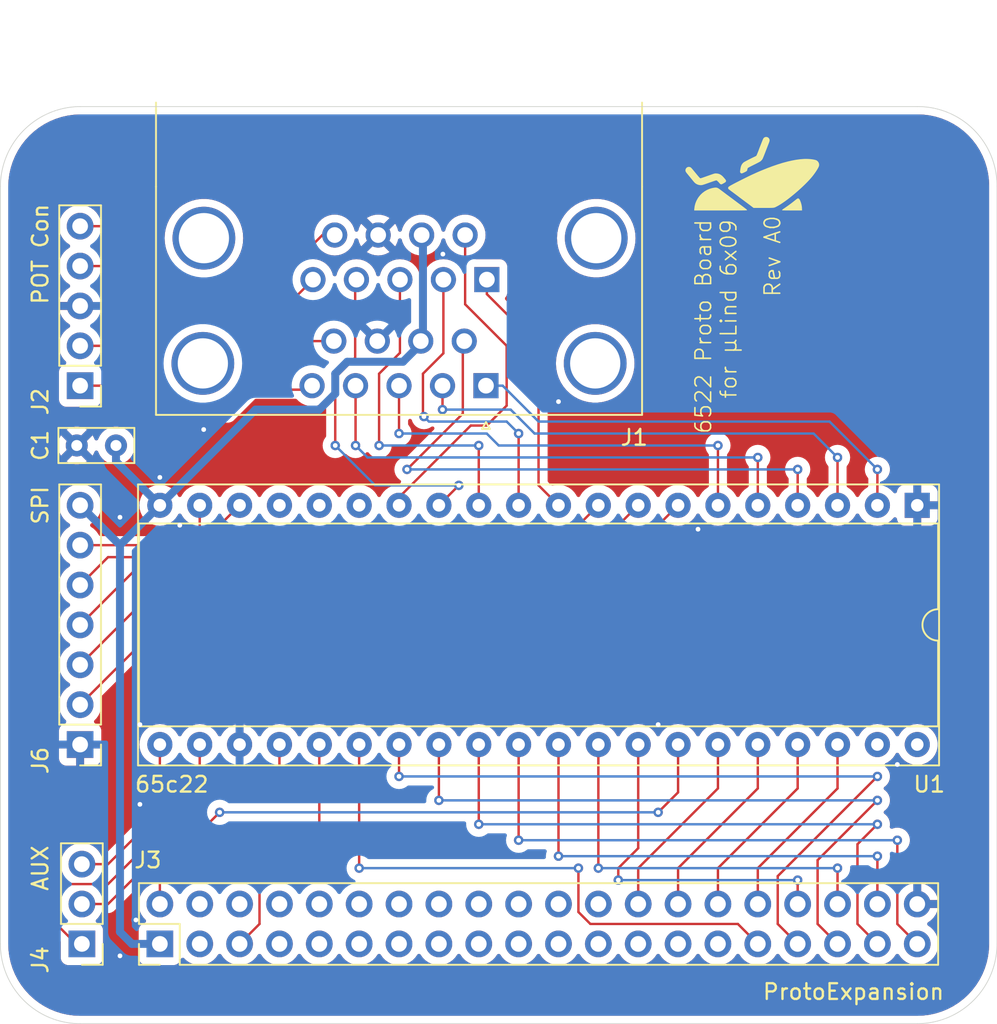
<source format=kicad_pcb>
(kicad_pcb (version 20240108) (generator "pcbnew") (generator_version "8.0")
  (layers (0 "F.Cu" signal) (31 "B.Cu" signal) (34 "B.Paste" user) (35 "F.Paste" user) (36 "B.SilkS" user "B.Silkscreen") (37 "F.SilkS" user "F.Silkscreen") (38 "B.Mask" user) (39 "F.Mask" user) (44 "Edge.Cuts" user))
  (net 0 "")
  (net 1 "Net-(J2-Pin_2)")
  (net 2 "Net-(J2-Pin_5)")
  (net 3 "Net-(J2-Pin_1)")
  (net 4 "Net-(J2-Pin_4)")
  (net 5 "GND")
  (net 6 "/D7")
  (net 7 "/A8")
  (net 8 "/A1")
  (net 9 "/A14")
  (net 12 "/~{HALT}")
  (net 14 "/A3")
  (net 15 "/D2")
  (net 16 "/D5")
  (net 17 "/A10")
  (net 18 "/D6")
  (net 20 "/~{BREQ}")
  (net 21 "/A15")
  (net 23 "/BAVAIL")
  (net 24 "/A9")
  (net 25 "/A7")
  (net 26 "/A13")
  (net 27 "/~{RST}")
  (net 29 "/A0")
  (net 30 "/D1")
  (net 31 "/D0")
  (net 32 "/D3")
  (net 33 "/A5")
  (net 34 "/A6")
  (net 35 "VCC")
  (net 36 "/A12")
  (net 38 "/D4")
  (net 39 "/E")
  (net 40 "/A2")
  (net 41 "/~{WR}")
  (net 42 "/A11")
  (net 43 "/A4")
  (net 44 "/~{RD}")
  (net 45 "/~{PAR_EN}")
  (net 46 "/R{slash}~{W}")
  (net 47 "/~{INT_PAR}")
  (net 48 "/COPI{slash}CIPO")
  (net 49 "/SCK")
  (net 50 "/CS1")
  (net 51 "/CS0")
  (net 52 "/CS2")
  (net 55 "Net-(U1-PA3)")
  (net 56 "Net-(U1-PB4)")
  (net 57 "Net-(U1-PA4)")
  (net 58 "Net-(U1-PB2)")
  (net 59 "Net-(U1-PB0)")
  (net 61 "Net-(U1-PA0)")
  (net 63 "Net-(U1-PA1)")
  (net 64 "Net-(U1-PB1)")
  (net 65 "Net-(U1-PA2)")
  (net 67 "Net-(U1-PB3)")
  (footprint "kicad-lib:DSUB-9-Double_NorComp" (layer "F.Cu") (at 81.74 63.5 180)
    (property "Reference" "J1" (at -9.446 -3.302 0) (layer "F.SilkS"))
    (property "Value" "~" (hide yes))
    (pad "0" thru_hole circle (at -7.027 9.398 180) (size 4 4) (drill 3.2) (layers "*.Cu" "*.Mask"))
    (pad "0" thru_hole circle (at -6.96 1.42 180) (size 4 4) (drill 3.2) (layers "*.Cu" "*.Mask"))
    (pad "0" thru_hole circle (at 17.973 9.398 180) (size 4 4) (drill 3.2) (layers "*.Cu" "*.Mask"))
    (pad "0" thru_hole circle (at 18.04 1.42 180) (size 4 4) (drill 3.2) (layers "*.Cu" "*.Mask"))
    (pad "1" thru_hole rect (at 0 0 180) (size 1.6 1.6) (drill 1) (layers "*.Cu" "*.Mask") (net 61 "Net-(U1-PA0)"))
    (pad "2" thru_hole circle (at 2.77 0 180) (size 1.6 1.6) (drill 1) (layers "*.Cu" "*.Mask") (net 63 "Net-(U1-PA1)"))
    (pad "3" thru_hole circle (at 5.54 0 180) (size 1.6 1.6) (drill 1) (layers "*.Cu" "*.Mask") (net 57 "Net-(U1-PA4)"))
    (pad "4" thru_hole circle (at 8.31 0 180) (size 1.6 1.6) (drill 1) (layers "*.Cu" "*.Mask") (net 55 "Net-(U1-PA3)"))
    (pad "5" thru_hole circle (at 11.08 0 180) (size 1.6 1.6) (drill 1) (layers "*.Cu" "*.Mask") (net 3 "Net-(J2-Pin_1)"))
    (pad "6" thru_hole circle (at 1.385 2.84 180) (size 1.6 1.6) (drill 1) (layers "*.Cu" "*.Mask") (net 65 "Net-(U1-PA2)"))
    (pad "7" thru_hole circle (at 4.155 2.84 180) (size 1.6 1.6) (drill 1) (layers "*.Cu" "*.Mask") (net 35 "VCC"))
    (pad "8" thru_hole circle (at 6.925 2.84 180) (size 1.6 1.6) (drill 1) (layers "*.Cu" "*.Mask") (net 5 "GND"))
    (pad "9" thru_hole circle (at 9.695 2.84 180) (size 1.6 1.6) (drill 1) (layers "*.Cu" "*.Mask") (net 1 "Net-(J2-Pin_2)"))
    (pad "11" thru_hole rect (at -0.0564 6.7564 180) (size 1.6 1.6) (drill 1) (layers "*.Cu" "*.Mask") (net 59 "Net-(U1-PB0)"))
    (pad "12" thru_hole circle (at 2.7136 6.7564 180) (size 1.6 1.6) (drill 1) (layers "*.Cu" "*.Mask") (net 64 "Net-(U1-PB1)"))
    (pad "13" thru_hole circle (at 5.4836 6.7564 180) (size 1.6 1.6) (drill 1) (layers "*.Cu" "*.Mask") (net 58 "Net-(U1-PB2)"))
    (pad "14" thru_hole circle (at 8.2536 6.7564 180) (size 1.6 1.6) (drill 1) (layers "*.Cu" "*.Mask") (net 67 "Net-(U1-PB3)"))
    (pad "15" thru_hole circle (at 11.0236 6.7564 180) (size 1.6 1.6) (drill 1) (layers "*.Cu" "*.Mask") (net 4 "Net-(J2-Pin_4)"))
    (pad "16" thru_hole circle (at 1.3286 9.5964 180) (size 1.6 1.6) (drill 1) (layers "*.Cu" "*.Mask") (net 56 "Net-(U1-PB4)"))
    (pad "17" thru_hole circle (at 4.0986 9.5964 180) (size 1.6 1.6) (drill 1) (layers "*.Cu" "*.Mask") (net 35 "VCC"))
    (pad "18" thru_hole circle (at 6.8686 9.5964 180) (size 1.6 1.6) (drill 1) (layers "*.Cu" "*.Mask") (net 5 "GND"))
    (pad "19" thru_hole circle (at 9.6386 9.5964 180) (size 1.6 1.6) (drill 1) (layers "*.Cu" "*.Mask") (net 2 "Net-(J2-Pin_5)"))
  )
  (footprint "Capacitor_THT:C_Rect_L4.6mm_W2.0mm_P2.50mm_MKS02_FKP02" (layer "F.Cu") (at 58.166 67.31 180)
    (property "Reference" "C1" (at 4.826 0 -90) (layer "F.SilkS"))
    (property "Value" "C" (hide yes))
    (pad "1" thru_hole circle (at 0 0 180) (size 1.4 1.4) (drill 0.7) (layers "*.Cu" "*.Mask") (net 35 "VCC"))
    (pad "2" thru_hole circle (at 2.5 0 180) (size 1.4 1.4) (drill 0.7) (layers "*.Cu" "*.Mask") (net 5 "GND"))
  )
  (footprint "Connector_PinHeader_2.54mm:PinHeader_2x20_P2.54mm_Vertical" (layer "F.Cu") (at 60.96 99.06 90)
    (property "Reference" "J3" (at 5.334 -0.762 360) (layer "F.SilkS"))
    (property "Value" "ProtoExpansion" (at -3.048 44.196 0) (layer "F.SilkS"))
    (pad "1" thru_hole rect (at 0 0 90) (size 1.7 1.7) (drill 1) (layers "*.Cu" "*.Mask") (net 35 "VCC"))
    (pad "2" thru_hole oval (at 2.54 0 90) (size 1.7 1.7) (drill 1) (layers "*.Cu" "*.Mask") (net 27 "/~{RST}"))
    (pad "3" thru_hole oval (at 0 2.54 90) (size 1.7 1.7) (drill 1) (layers "*.Cu" "*.Mask") (net 20 "/~{BREQ}"))
    (pad "4" thru_hole oval (at 2.54 2.54 90) (size 1.7 1.7) (drill 1) (layers "*.Cu" "*.Mask") (net 12 "/~{HALT}"))
    (pad "5" thru_hole oval (at 0 5.08 90) (size 1.7 1.7) (drill 1) (layers "*.Cu" "*.Mask") (net 39 "/E"))
    (pad "6" thru_hole oval (at 2.54 5.08 90) (size 1.7 1.7) (drill 1) (layers "*.Cu" "*.Mask"))
    (pad "7" thru_hole oval (at 0 7.62 90) (size 1.7 1.7) (drill 1) (layers "*.Cu" "*.Mask") (net 23 "/BAVAIL"))
    (pad "8" thru_hole oval (at 2.54 7.62 90) (size 1.7 1.7) (drill 1) (layers "*.Cu" "*.Mask"))
    (pad "9" thru_hole oval (at 0 10.16 90) (size 1.7 1.7) (drill 1) (layers "*.Cu" "*.Mask"))
    (pad "10" thru_hole oval (at 2.54 10.16 90) (size 1.7 1.7) (drill 1) (layers "*.Cu" "*.Mask"))
    (pad "11" thru_hole oval (at 0 12.7 90) (size 1.7 1.7) (drill 1) (layers "*.Cu" "*.Mask"))
    (pad "12" thru_hole oval (at 2.54 12.7 90) (size 1.7 1.7) (drill 1) (layers "*.Cu" "*.Mask") (net 21 "/A15"))
    (pad "13" thru_hole oval (at 0 15.24 90) (size 1.7 1.7) (drill 1) (layers "*.Cu" "*.Mask"))
    (pad "14" thru_hole oval (at 2.54 15.24 90) (size 1.7 1.7) (drill 1) (layers "*.Cu" "*.Mask") (net 9 "/A14"))
    (pad "15" thru_hole oval (at 0 17.78 90) (size 1.7 1.7) (drill 1) (layers "*.Cu" "*.Mask") (net 41 "/~{WR}"))
    (pad "16" thru_hole oval (at 2.54 17.78 90) (size 1.7 1.7) (drill 1) (layers "*.Cu" "*.Mask") (net 36 "/A12"))
    (pad "17" thru_hole oval (at 0 20.32 90) (size 1.7 1.7) (drill 1) (layers "*.Cu" "*.Mask") (net 26 "/A13"))
    (pad "18" thru_hole oval (at 2.54 20.32 90) (size 1.7 1.7) (drill 1) (layers "*.Cu" "*.Mask") (net 25 "/A7"))
    (pad "19" thru_hole oval (at 0 22.86 90) (size 1.7 1.7) (drill 1) (layers "*.Cu" "*.Mask") (net 7 "/A8"))
    (pad "20" thru_hole oval (at 2.54 22.86 90) (size 1.7 1.7) (drill 1) (layers "*.Cu" "*.Mask") (net 34 "/A6"))
    (pad "21" thru_hole oval (at 0 25.4 90) (size 1.7 1.7) (drill 1) (layers "*.Cu" "*.Mask") (net 24 "/A9"))
    (pad "22" thru_hole oval (at 2.54 25.4 90) (size 1.7 1.7) (drill 1) (layers "*.Cu" "*.Mask") (net 33 "/A5"))
    (pad "23" thru_hole oval (at 0 27.94 90) (size 1.7 1.7) (drill 1) (layers "*.Cu" "*.Mask") (net 42 "/A11"))
    (pad "24" thru_hole oval (at 2.54 27.94 90) (size 1.7 1.7) (drill 1) (layers "*.Cu" "*.Mask") (net 43 "/A4"))
    (pad "25" thru_hole oval (at 0 30.48 90) (size 1.7 1.7) (drill 1) (layers "*.Cu" "*.Mask") (net 44 "/~{RD}"))
    (pad "26" thru_hole oval (at 2.54 30.48 90) (size 1.7 1.7) (drill 1) (layers "*.Cu" "*.Mask") (net 14 "/A3"))
    (pad "27" thru_hole oval (at 0 33.02 90) (size 1.7 1.7) (drill 1) (layers "*.Cu" "*.Mask") (net 17 "/A10"))
    (pad "28" thru_hole oval (at 2.54 33.02 90) (size 1.7 1.7) (drill 1) (layers "*.Cu" "*.Mask") (net 40 "/A2"))
    (pad "29" thru_hole oval (at 0 35.56 90) (size 1.7 1.7) (drill 1) (layers "*.Cu" "*.Mask"))
    (pad "30" thru_hole oval (at 2.54 35.56 90) (size 1.7 1.7) (drill 1) (layers "*.Cu" "*.Mask") (net 8 "/A1"))
    (pad "31" thru_hole oval (at 0 38.1 90) (size 1.7 1.7) (drill 1) (layers "*.Cu" "*.Mask") (net 6 "/D7"))
    (pad "32" thru_hole oval (at 2.54 38.1 90) (size 1.7 1.7) (drill 1) (layers "*.Cu" "*.Mask") (net 29 "/A0"))
    (pad "33" thru_hole oval (at 0 40.64 90) (size 1.7 1.7) (drill 1) (layers "*.Cu" "*.Mask") (net 18 "/D6"))
    (pad "34" thru_hole oval (at 2.54 40.64 90) (size 1.7 1.7) (drill 1) (layers "*.Cu" "*.Mask") (net 31 "/D0"))
    (pad "35" thru_hole oval (at 0 43.18 90) (size 1.7 1.7) (drill 1) (layers "*.Cu" "*.Mask") (net 16 "/D5"))
    (pad "36" thru_hole oval (at 2.54 43.18 90) (size 1.7 1.7) (drill 1) (layers "*.Cu" "*.Mask") (net 30 "/D1"))
    (pad "37" thru_hole oval (at 0 45.72 90) (size 1.7 1.7) (drill 1) (layers "*.Cu" "*.Mask") (net 38 "/D4"))
    (pad "38" thru_hole oval (at 2.54 45.72 90) (size 1.7 1.7) (drill 1) (layers "*.Cu" "*.Mask") (net 15 "/D2"))
    (pad "39" thru_hole oval (at 0 48.26 90) (size 1.7 1.7) (drill 1) (layers "*.Cu" "*.Mask") (net 32 "/D3"))
    (pad "40" thru_hole oval (at 2.54 48.26 90) (size 1.7 1.7) (drill 1) (layers "*.Cu" "*.Mask") (net 5 "GND"))
  )
  (footprint "Connector_PinHeader_2.54mm:PinHeader_1x03_P2.54mm_Vertical" (layer "F.Cu") (at 55.992 99.06 180)
    (property "Reference" "J4" (at 2.652 -1.016 270) (layer "F.SilkS"))
    (property "Value" "AUX" (at 2.652 4.826 -90) (layer "F.SilkS"))
    (pad "1" thru_hole rect (at 0 0 180) (size 1.7 1.7) (drill 1) (layers "*.Cu" "*.Mask") (net 46 "/R{slash}~{W}"))
    (pad "2" thru_hole oval (at 0 2.54 180) (size 1.7 1.7) (drill 1) (layers "*.Cu" "*.Mask") (net 45 "/~{PAR_EN}"))
    (pad "3" thru_hole oval (at 0 5.08 180) (size 1.7 1.7) (drill 1) (layers "*.Cu" "*.Mask") (net 47 "/~{INT_PAR}"))
  )
  (footprint "Connector_PinHeader_2.54mm:PinHeader_1x07_P2.54mm_Vertical" (layer "F.Cu") (at 55.88 86.36 180)
    (property "Reference" "J6" (at 2.54 -1.016 270) (layer "F.SilkS"))
    (property "Value" "SPI" (at 2.54 15.24 -90) (layer "F.SilkS"))
    (pad "1" thru_hole rect (at 0 0 180) (size 1.7 1.7) (drill 1) (layers "*.Cu" "*.Mask") (net 5 "GND"))
    (pad "2" thru_hole oval (at 0 2.54 180) (size 1.7 1.7) (drill 1) (layers "*.Cu" "*.Mask") (net 51 "/CS0"))
    (pad "3" thru_hole oval (at 0 5.08 180) (size 1.7 1.7) (drill 1) (layers "*.Cu" "*.Mask") (net 50 "/CS1"))
    (pad "4" thru_hole oval (at 0 7.62 180) (size 1.7 1.7) (drill 1) (layers "*.Cu" "*.Mask") (net 52 "/CS2"))
    (pad "5" thru_hole oval (at 0 10.16 180) (size 1.7 1.7) (drill 1) (layers "*.Cu" "*.Mask") (net 49 "/SCK"))
    (pad "6" thru_hole oval (at 0 12.7 180) (size 1.7 1.7) (drill 1) (layers "*.Cu" "*.Mask") (net 48 "/COPI{slash}CIPO"))
    (pad "7" thru_hole oval (at 0 15.24 180) (size 1.7 1.7) (drill 1) (layers "*.Cu" "*.Mask") (net 35 "VCC"))
  )
  (footprint "Connector_PinHeader_2.54mm:PinHeader_1x05_P2.54mm_Vertical" (layer "F.Cu") (at 55.88 63.5 180)
    (property "Reference" "J2" (at 2.54 -1.016 270) (layer "F.SilkS"))
    (property "Value" "POT Con" (at 2.54 8.382 -90) (layer "F.SilkS"))
    (pad "1" thru_hole rect (at 0 0 180) (size 1.7 1.7) (drill 1) (layers "*.Cu" "*.Mask") (net 3 "Net-(J2-Pin_1)"))
    (pad "2" thru_hole oval (at 0 2.54 180) (size 1.7 1.7) (drill 1) (layers "*.Cu" "*.Mask") (net 1 "Net-(J2-Pin_2)"))
    (pad "3" thru_hole oval (at 0 5.08 180) (size 1.7 1.7) (drill 1) (layers "*.Cu" "*.Mask") (net 5 "GND"))
    (pad "4" thru_hole oval (at 0 7.62 180) (size 1.7 1.7) (drill 1) (layers "*.Cu" "*.Mask") (net 4 "Net-(J2-Pin_4)"))
    (pad "5" thru_hole oval (at 0 10.16 180) (size 1.7 1.7) (drill 1) (layers "*.Cu" "*.Mask") (net 2 "Net-(J2-Pin_5)"))
  )
  (footprint "Package_DIP:DIP-40_W15.24mm_Socket" (layer "F.Cu") (at 109.22 71.12 -90)
    (property "Reference" "U1" (at 17.78 -0.762 180) (layer "F.SilkS"))
    (property "Value" "65c22" (at 17.78 47.498 180) (layer "F.SilkS"))
    (pad "1" thru_hole rect (at 0 0 270) (size 1.6 1.6) (drill 0.8) (layers "*.Cu" "*.Mask") (net 5 "GND"))
    (pad "2" thru_hole oval (at 0 2.54 270) (size 1.6 1.6) (drill 0.8) (layers "*.Cu" "*.Mask") (net 61 "Net-(U1-PA0)"))
    (pad "3" thru_hole oval (at 0 5.08 270) (size 1.6 1.6) (drill 0.8) (layers "*.Cu" "*.Mask") (net 63 "Net-(U1-PA1)"))
    (pad "4" thru_hole oval (at 0 7.62 270) (size 1.6 1.6) (drill 0.8) (layers "*.Cu" "*.Mask") (net 65 "Net-(U1-PA2)"))
    (pad "5" thru_hole oval (at 0 10.16 270) (size 1.6 1.6) (drill 0.8) (layers "*.Cu" "*.Mask") (net 55 "Net-(U1-PA3)"))
    (pad "6" thru_hole oval (at 0 12.7 270) (size 1.6 1.6) (drill 0.8) (layers "*.Cu" "*.Mask") (net 57 "Net-(U1-PA4)"))
    (pad "7" thru_hole oval (at 0 15.24 270) (size 1.6 1.6) (drill 0.8) (layers "*.Cu" "*.Mask") (net 51 "/CS0"))
    (pad "8" thru_hole oval (at 0 17.78 270) (size 1.6 1.6) (drill 0.8) (layers "*.Cu" "*.Mask") (net 50 "/CS1"))
    (pad "9" thru_hole oval (at 0 20.32 270) (size 1.6 1.6) (drill 0.8) (layers "*.Cu" "*.Mask") (net 52 "/CS2"))
    (pad "10" thru_hole oval (at 0 22.86 270) (size 1.6 1.6) (drill 0.8) (layers "*.Cu" "*.Mask") (net 59 "Net-(U1-PB0)"))
    (pad "11" thru_hole oval (at 0 25.4 270) (size 1.6 1.6) (drill 0.8) (layers "*.Cu" "*.Mask") (net 64 "Net-(U1-PB1)"))
    (pad "12" thru_hole oval (at 0 27.94 270) (size 1.6 1.6) (drill 0.8) (layers "*.Cu" "*.Mask") (net 58 "Net-(U1-PB2)"))
    (pad "13" thru_hole oval (at 0 30.48 270) (size 1.6 1.6) (drill 0.8) (layers "*.Cu" "*.Mask") (net 67 "Net-(U1-PB3)"))
    (pad "14" thru_hole oval (at 0 33.02 270) (size 1.6 1.6) (drill 0.8) (layers "*.Cu" "*.Mask") (net 56 "Net-(U1-PB4)"))
    (pad "15" thru_hole oval (at 0 35.56 270) (size 1.6 1.6) (drill 0.8) (layers "*.Cu" "*.Mask"))
    (pad "16" thru_hole oval (at 0 38.1 270) (size 1.6 1.6) (drill 0.8) (layers "*.Cu" "*.Mask"))
    (pad "17" thru_hole oval (at 0 40.64 270) (size 1.6 1.6) (drill 0.8) (layers "*.Cu" "*.Mask"))
    (pad "18" thru_hole oval (at 0 43.18 270) (size 1.6 1.6) (drill 0.8) (layers "*.Cu" "*.Mask") (net 49 "/SCK"))
    (pad "19" thru_hole oval (at 0 45.72 270) (size 1.6 1.6) (drill 0.8) (layers "*.Cu" "*.Mask") (net 48 "/COPI{slash}CIPO"))
    (pad "20" thru_hole oval (at 0 48.26 270) (size 1.6 1.6) (drill 0.8) (layers "*.Cu" "*.Mask") (net 35 "VCC"))
    (pad "21" thru_hole oval (at 15.24 48.26 270) (size 1.6 1.6) (drill 0.8) (layers "*.Cu" "*.Mask") (net 47 "/~{INT_PAR}"))
    (pad "22" thru_hole oval (at 15.24 45.72 270) (size 1.6 1.6) (drill 0.8) (layers "*.Cu" "*.Mask") (net 46 "/R{slash}~{W}"))
    (pad "23" thru_hole oval (at 15.24 43.18 270) (size 1.6 1.6) (drill 0.8) (layers "*.Cu" "*.Mask") (net 5 "GND"))
    (pad "24" thru_hole oval (at 15.24 40.64 270) (size 1.6 1.6) (drill 0.8) (layers "*.Cu" "*.Mask") (net 45 "/~{PAR_EN}"))
    (pad "25" thru_hole oval (at 15.24 38.1 270) (size 1.6 1.6) (drill 0.8) (layers "*.Cu" "*.Mask") (net 39 "/E"))
    (pad "26" thru_hole oval (at 15.24 35.56 270) (size 1.6 1.6) (drill 0.8) (layers "*.Cu" "*.Mask") (net 6 "/D7"))
    (pad "27" thru_hole oval (at 15.24 33.02 270) (size 1.6 1.6) (drill 0.8) (layers "*.Cu" "*.Mask") (net 18 "/D6"))
    (pad "28" thru_hole oval (at 15.24 30.48 270) (size 1.6 1.6) (drill 0.8) (layers "*.Cu" "*.Mask") (net 16 "/D5"))
    (pad "29" thru_hole oval (at 15.24 27.94 270) (size 1.6 1.6) (drill 0.8) (layers "*.Cu" "*.Mask") (net 38 "/D4"))
    (pad "30" thru_hole oval (at 15.24 25.4 270) (size 1.6 1.6) (drill 0.8) (layers "*.Cu" "*.Mask") (net 32 "/D3"))
    (pad "31" thru_hole oval (at 15.24 22.86 270) (size 1.6 1.6) (drill 0.8) (layers "*.Cu" "*.Mask") (net 15 "/D2"))
    (pad "32" thru_hole oval (at 15.24 20.32 270) (size 1.6 1.6) (drill 0.8) (layers "*.Cu" "*.Mask") (net 30 "/D1"))
    (pad "33" thru_hole oval (at 15.24 17.78 270) (size 1.6 1.6) (drill 0.8) (layers "*.Cu" "*.Mask") (net 31 "/D0"))
    (pad "34" thru_hole oval (at 15.24 15.24 270) (size 1.6 1.6) (drill 0.8) (layers "*.Cu" "*.Mask") (net 27 "/~{RST}"))
    (pad "35" thru_hole oval (at 15.24 12.7 270) (size 1.6 1.6) (drill 0.8) (layers "*.Cu" "*.Mask") (net 14 "/A3"))
    (pad "36" thru_hole oval (at 15.24 10.16 270) (size 1.6 1.6) (drill 0.8) (layers "*.Cu" "*.Mask") (net 40 "/A2"))
    (pad "37" thru_hole oval (at 15.24 7.62 270) (size 1.6 1.6) (drill 0.8) (layers "*.Cu" "*.Mask") (net 8 "/A1"))
    (pad "38" thru_hole oval (at 15.24 5.08 270) (size 1.6 1.6) (drill 0.8) (layers "*.Cu" "*.Mask") (net 29 "/A0"))
    (pad "39" thru_hole oval (at 15.24 2.54 270) (size 1.6 1.6) (drill 0.8) (layers "*.Cu" "*.Mask"))
    (pad "40" thru_hole oval (at 15.24 0 270) (size 1.6 1.6) (drill 0.8) (layers "*.Cu" "*.Mask"))
  )
  (footprint "kicad-lib:fly_6mm" (layer "F.Cu") (at 98.806 50.038 90)
    (property "Reference" "G***" (hide yes))
    (property "Value" "LOGO" (hide yes))
  )
  (gr_arc (start 109.22 45.72) (mid 112.822949 47.197204) (end 114.30051 50.800006) (stroke (width 0.05)) (layer "Edge.Cuts"))
  (gr_line (start 109.22 45.72) (end 55.88 45.72) (stroke (width 0.05)) (layer "Edge.Cuts"))
  (gr_line (start 114.3 99.06) (end 114.3 50.8) (stroke (width 0.05)) (layer "Edge.Cuts"))
  (gr_line (start 55.88 104.14) (end 109.22 104.14) (stroke (width 0.05)) (layer "Edge.Cuts"))
  (gr_arc (start 50.8 50.8) (mid 52.298382 47.218382) (end 55.88 45.72) (stroke (width 0.05)) (layer "Edge.Cuts"))
  (gr_line (start 50.8 50.8) (end 50.8 99.06) (stroke (width 0.05)) (layer "Edge.Cuts"))
  (gr_arc (start 55.88 104.14) (mid 52.287898 102.652102) (end 50.8 99.06) (stroke (width 0.05)) (layer "Edge.Cuts"))
  (gr_arc (start 114.3 99.06) (mid 112.812102 102.652102) (end 109.22 104.14) (stroke (width 0.05)) (layer "Edge.Cuts"))
  (gr_text "6522 Proto Board\nfor µLind 6x09" (at 97.79 52.832 90) (layer "F.SilkS") (effects (font (size 1 1) (thickness 0.1)) (justify right bottom)))
  (gr_text "Rev A0" (at 100.584 57.912 90) (layer "F.SilkS") (effects (font (size 1 1) (thickness 0.1)) (justify left bottom)))
  (segment (start 61.976 58.928) (end 59.944 60.96) (width 0.1524) (layer "F.Cu") (net 1))
  (segment (start 67.01 60.66) (end 65.278 58.928) (width 0.1524) (layer "F.Cu") (net 1))
  (segment (start 72.045 60.66) (end 67.01 60.66) (width 0.1524) (layer "F.Cu") (net 1))
  (segment (start 65.278 58.928) (end 61.976 58.928) (width 0.1524) (layer "F.Cu") (net 1))
  (segment (start 59.944 60.96) (end 55.88 60.96) (width 0.1524) (layer "F.Cu") (net 1))
  (segment (start 71.374 53.848) (end 72.0458 53.848) (width 0.1524) (layer "F.Cu") (net 2))
  (segment (start 68.072 57.15) (end 71.374 53.848) (width 0.1524) (layer "F.Cu") (net 2))
  (segment (start 58.42 53.34) (end 62.23 57.15) (width 0.1524) (layer "F.Cu") (net 2))
  (segment (start 62.23 57.15) (end 68.072 57.15) (width 0.1524) (layer "F.Cu") (net 2))
  (segment (start 55.88 53.34) (end 58.42 53.34) (width 0.1524) (layer "F.Cu") (net 2))
  (segment (start 72.0458 53.848) (end 72.1014 53.9036) (width 0.1524) (layer "F.Cu") (net 2))
  (segment (start 62.23 65.278) (end 65.278 65.278) (width 0.1524) (layer "F.Cu") (net 3))
  (segment (start 66.802 63.754) (end 70.406 63.754) (width 0.1524) (layer "F.Cu") (net 3))
  (segment (start 55.88 63.5) (end 60.452 63.5) (width 0.1524) (layer "F.Cu") (net 3))
  (segment (start 65.278 65.278) (end 66.802 63.754) (width 0.1524) (layer "F.Cu") (net 3))
  (segment (start 70.406 63.754) (end 70.66 63.5) (width 0.1524) (layer "F.Cu") (net 3))
  (segment (start 60.452 63.5) (end 62.23 65.278) (width 0.1524) (layer "F.Cu") (net 3))
  (segment (start 55.88 55.88) (end 58.674 55.88) (width 0.1524) (layer "F.Cu") (net 4))
  (segment (start 58.674 55.88) (end 60.706 57.912) (width 0.1524) (layer "F.Cu") (net 4))
  (segment (start 60.706 57.912) (end 69.548 57.912) (width 0.1524) (layer "F.Cu") (net 4))
  (segment (start 69.548 57.912) (end 70.7164 56.7436) (width 0.1524) (layer "F.Cu") (net 4))
  (via (at 59.436 97.536) (size 0.6) (drill 0.3) (layers "F.Cu" "B.Cu") (net 5))
  (via (at 78.994 55.118) (size 0.6) (drill 0.3) (layers "F.Cu" "B.Cu") (net 5))
  (via (at 58.42 99.822) (size 0.6) (drill 0.3) (layers "F.Cu" "B.Cu") (net 5))
  (via (at 95.25 72.644) (size 0.6) (drill 0.3) (layers "F.Cu" "B.Cu") (net 5))
  (via (at 86.36 64.516) (size 0.6) (drill 0.3) (layers "F.Cu" "B.Cu") (net 5))
  (via (at 59.69 85.09) (size 0.6) (drill 0.3) (layers "F.Cu" "B.Cu") (net 5))
  (via (at 107.95 87.63) (size 0.6) (drill 0.3) (layers "F.Cu" "B.Cu") (net 5))
  (via (at 58.42 71.882) (size 0.6) (drill 0.3) (layers "F.Cu" "B.Cu") (net 5))
  (via (at 62.23 72.39) (size 0.6) (drill 0.3) (layers "F.Cu" "B.Cu") (net 5))
  (via (at 60.96 69.342) (size 0.6) (drill 0.3) (layers "F.Cu" "B.Cu") (net 5))
  (via (at 92.71 85.09) (size 0.6) (drill 0.3) (layers "F.Cu" "B.Cu") (net 5))
  (via (at 59.69 90.17) (size 0.6) (drill 0.3) (layers "F.Cu" "B.Cu") (net 5))
  (via (at 63.754 66.294) (size 0.6) (drill 0.3) (layers "F.Cu" "B.Cu") (net 5))
  (segment (start 97.79 97.79) (end 88.392 97.79) (width 0.1524) (layer "F.Cu") (net 6))
  (segment (start 99.06 99.06) (end 97.79 97.79) (width 0.1524) (layer "F.Cu") (net 6))
  (segment (start 88.392 97.79) (end 87.63 97.028) (width 0.1524) (layer "F.Cu") (net 6))
  (segment (start 73.66 94.234) (end 73.66 86.36) (width 0.1524) (layer "F.Cu") (net 6))
  (segment (start 87.63 97.028) (end 87.63 94.234) (width 0.1524) (layer "F.Cu") (net 6))
  (via (at 73.66 94.234) (size 0.6) (drill 0.3) (layers "F.Cu" "B.Cu") (net 6))
  (via (at 87.63 94.234) (size 0.6) (drill 0.3) (layers "F.Cu" "B.Cu") (net 6))
  (segment (start 87.63 94.234) (end 73.66 94.234) (width 0.1524) (layer "B.Cu") (net 6))
  (segment (start 96.52 94.234) (end 101.6 89.154) (width 0.1524) (layer "F.Cu") (net 8))
  (segment (start 96.52 96.52) (end 96.52 94.234) (width 0.1524) (layer "F.Cu") (net 8))
  (segment (start 101.6 89.154) (end 101.6 86.36) (width 0.1524) (layer "F.Cu") (net 8))
  (segment (start 91.44 94.234) (end 96.52 89.154) (width 0.1524) (layer "F.Cu") (net 14))
  (segment (start 91.44 96.52) (end 91.44 94.234) (width 0.1524) (layer "F.Cu") (net 14))
  (segment (start 96.52 89.154) (end 96.52 86.36) (width 0.1524) (layer "F.Cu") (net 14))
  (segment (start 86.36 93.472) (end 86.36 86.36) (width 0.1524) (layer "F.Cu") (net 15))
  (segment (start 106.68 96.52) (end 106.68 93.472) (width 0.1524) (layer "F.Cu") (net 15))
  (via (at 86.36 93.472) (size 0.6) (drill 0.3) (layers "F.Cu" "B.Cu") (net 15))
  (via (at 106.68 93.472) (size 0.6) (drill 0.3) (layers "F.Cu" "B.Cu") (net 15))
  (segment (start 106.68 93.472) (end 86.36 93.472) (width 0.1524) (layer "B.Cu") (net 15))
  (segment (start 106.68 89.916) (end 102.87 93.726) (width 0.1524) (layer "F.Cu") (net 16))
  (segment (start 102.87 97.79) (end 104.14 99.06) (width 0.1524) (layer "F.Cu") (net 16))
  (segment (start 78.74 89.916) (end 78.74 86.36) (width 0.1524) (layer "F.Cu") (net 16))
  (segment (start 102.87 93.726) (end 102.87 97.79) (width 0.1524) (layer "F.Cu") (net 16))
  (via (at 78.74 89.916) (size 0.6) (drill 0.3) (layers "F.Cu" "B.Cu") (net 16))
  (via (at 106.68 89.916) (size 0.6) (drill 0.3) (layers "F.Cu" "B.Cu") (net 16))
  (segment (start 106.68 89.916) (end 78.74 89.916) (width 0.1524) (layer "B.Cu") (net 16))
  (segment (start 100.33 94.742) (end 100.33 97.79) (width 0.1524) (layer "F.Cu") (net 18))
  (segment (start 76.2 88.392) (end 76.2 86.36) (width 0.1524) (layer "F.Cu") (net 18))
  (segment (start 100.33 97.79) (end 101.6 99.06) (width 0.1524) (layer "F.Cu") (net 18))
  (segment (start 106.68 88.392) (end 100.33 94.742) (width 0.1524) (layer "F.Cu") (net 18))
  (via (at 106.68 88.392) (size 0.6) (drill 0.3) (layers "F.Cu" "B.Cu") (net 18))
  (via (at 76.2 88.392) (size 0.6) (drill 0.3) (layers "F.Cu" "B.Cu") (net 18))
  (segment (start 76.2 88.392) (end 106.68 88.392) (width 0.1524) (layer "B.Cu") (net 18))
  (segment (start 92.71 90.678) (end 93.98 89.408) (width 0.1524) (layer "F.Cu") (net 27))
  (segment (start 60.96 96.52) (end 60.96 94.488) (width 0.1524) (layer "F.Cu") (net 27))
  (segment (start 93.98 89.408) (end 93.98 86.36) (width 0.1524) (layer "F.Cu") (net 27))
  (segment (start 60.96 94.488) (end 64.77 90.678) (width 0.1524) (layer "F.Cu") (net 27))
  (via (at 64.77 90.678) (size 0.6) (drill 0.3) (layers "F.Cu" "B.Cu") (net 27))
  (via (at 92.71 90.678) (size 0.6) (drill 0.3) (layers "F.Cu" "B.Cu") (net 27))
  (segment (start 64.77 90.678) (end 92.71 90.678) (width 0.1524) (layer "B.Cu") (net 27))
  (segment (start 104.14 89.154) (end 104.14 86.36) (width 0.1524) (layer "F.Cu") (net 29))
  (segment (start 99.06 96.52) (end 99.06 94.234) (width 0.1524) (layer "F.Cu") (net 29))
  (segment (start 99.06 94.234) (end 104.14 89.154) (width 0.1524) (layer "F.Cu") (net 29))
  (segment (start 104.14 96.52) (end 104.14 94.234) (width 0.1524) (layer "F.Cu") (net 30))
  (segment (start 88.9 94.234) (end 88.9 86.36) (width 0.1524) (layer "F.Cu") (net 30))
  (via (at 104.14 94.234) (size 0.6) (drill 0.3) (layers "F.Cu" "B.Cu") (net 30))
  (via (at 88.9 94.234) (size 0.6) (drill 0.3) (layers "F.Cu" "B.Cu") (net 30))
  (segment (start 104.14 94.234) (end 88.9 94.234) (width 0.1524) (layer "B.Cu") (net 30))
  (segment (start 91.44 92.964) (end 91.44 86.36) (width 0.1524) (layer "F.Cu") (net 31))
  (segment (start 90.17 94.234) (end 91.44 92.964) (width 0.1524) (layer "F.Cu") (net 31))
  (segment (start 101.6 96.52) (end 101.6 94.996) (width 0.1524) (layer "F.Cu") (net 31))
  (segment (start 90.17 94.996) (end 90.17 94.234) (width 0.1524) (layer "F.Cu") (net 31))
  (via (at 90.17 94.996) (size 0.6) (drill 0.3) (layers "F.Cu" "B.Cu") (net 31))
  (via (at 101.6 94.996) (size 0.6) (drill 0.3) (layers "F.Cu" "B.Cu") (net 31))
  (segment (start 90.17 94.996) (end 101.6 94.996) (width 0.1524) (layer "B.Cu") (net 31))
  (segment (start 83.82 92.456) (end 83.82 86.36) (width 0.1524) (layer "F.Cu") (net 32))
  (segment (start 107.95 97.79) (end 107.95 92.456) (width 0.1524) (layer "F.Cu") (net 32))
  (segment (start 109.22 99.06) (end 107.95 97.79) (width 0.1524) (layer "F.Cu") (net 32))
  (via (at 83.82 92.456) (size 0.6) (drill 0.3) (layers "F.Cu" "B.Cu") (net 32))
  (via (at 107.95 92.456) (size 0.6) (drill 0.3) (layers "F.Cu" "B.Cu") (net 32))
  (segment (start 107.95 92.456) (end 83.82 92.456) (width 0.1524) (layer "B.Cu") (net 32))
  (segment (start 77.585 60.845) (end 77.585 60.66) (width 0.1524) (layer "F.Cu") (net 35))
  (segment (start 55.88 71.12) (end 58.42 73.66) (width 0.508) (layer "B.Cu") (net 35))
  (segment (start 77.724 60.521) (end 77.724 54.099) (width 0.508) (layer "B.Cu") (net 35))
  (segment (start 72.136 64.008) (end 72.136 62.738) (width 0.508) (layer "B.Cu") (net 35))
  (segment (start 58.42 98.298) (end 58.42 73.66) (width 0.508) (layer "B.Cu") (net 35))
  (segment (start 72.136 62.738) (end 72.898 61.976) (width 0.508) (layer "B.Cu") (net 35))
  (segment (start 58.166 68.326) (end 58.166 67.31) (width 0.508) (layer "B.Cu") (net 35))
  (segment (start 60.96 71.12) (end 58.166 68.326) (width 0.508) (layer "B.Cu") (net 35))
  (segment (start 67.056 65.024) (end 71.12 65.024) (width 0.508) (layer "B.Cu") (net 35))
  (segment (start 77.585 60.66) (end 77.724 60.521) (width 0.508) (layer "B.Cu") (net 35))
  (segment (start 77.724 54.099) (end 77.585 53.96) (width 0.508) (layer "B.Cu") (net 35))
  (segment (start 58.674 73.406) (end 60.96 71.12) (width 0.508) (layer "B.Cu") (net 35))
  (segment (start 76.454 61.976) (end 77.585 60.845) (width 0.508) (layer "B.Cu") (net 35))
  (segment (start 59.182 99.06) (end 58.42 98.298) (width 0.508) (layer "B.Cu") (net 35))
  (segment (start 77.585 53.96) (end 77.6414 53.9036) (width 0.1524) (layer "B.Cu") (net 35))
  (segment (start 71.12 65.024) (end 72.136 64.008) (width 0.508) (layer "B.Cu") (net 35))
  (segment (start 60.96 71.12) (end 67.056 65.024) (width 0.508) (layer "B.Cu") (net 35))
  (segment (start 72.898 61.976) (end 76.454 61.976) (width 0.508) (layer "B.Cu") (net 35))
  (segment (start 60.96 99.06) (end 59.182 99.06) (width 0.508) (layer "B.Cu") (net 35))
  (segment (start 58.42 73.66) (end 58.674 73.406) (width 0.508) (layer "B.Cu") (net 35))
  (segment (start 106.68 91.44) (end 105.41 92.71) (width 0.1524) (layer "F.Cu") (net 38))
  (segment (start 81.28 91.44) (end 81.28 86.36) (width 0.1524) (layer "F.Cu") (net 38))
  (segment (start 105.41 97.79) (end 106.68 99.06) (width 0.1524) (layer "F.Cu") (net 38))
  (segment (start 105.41 92.71) (end 105.41 97.79) (width 0.1524) (layer "F.Cu") (net 38))
  (via (at 106.68 91.44) (size 0.6) (drill 0.3) (layers "F.Cu" "B.Cu") (net 38))
  (via (at 81.28 91.44) (size 0.6) (drill 0.3) (layers "F.Cu" "B.Cu") (net 38))
  (segment (start 106.68 91.44) (end 81.28 91.44) (width 0.1524) (layer "B.Cu") (net 38))
  (segment (start 67.31 95.504) (end 71.12 91.694) (width 0.1524) (layer "F.Cu") (net 39))
  (segment (start 71.12 91.694) (end 71.12 86.36) (width 0.1524) (layer "F.Cu") (net 39))
  (segment (start 67.31 97.79) (end 67.31 95.504) (width 0.1524) (layer "F.Cu") (net 39))
  (segment (start 66.04 99.06) (end 67.31 97.79) (width 0.1524) (layer "F.Cu") (net 39))
  (segment (start 99.06 89.154) (end 99.06 86.36) (width 0.1524) (layer "F.Cu") (net 40))
  (segment (start 93.98 96.52) (end 93.98 94.234) (width 0.1524) (layer "F.Cu") (net 40))
  (segment (start 93.98 94.234) (end 99.06 89.154) (width 0.1524) (layer "F.Cu") (net 40))
  (segment (start 67.818 89.408) (end 68.58 88.646) (width 0.1524) (layer "F.Cu") (net 45))
  (segment (start 68.58 88.646) (end 68.58 86.36) (width 0.1524) (layer "F.Cu") (net 45))
  (segment (start 55.992 96.52) (end 57.658 96.52) (width 0.1524) (layer "F.Cu") (net 45))
  (segment (start 57.658 96.52) (end 64.77 89.408) (width 0.1524) (layer "F.Cu") (net 45))
  (segment (start 64.77 89.408) (end 67.818 89.408) (width 0.1524) (layer "F.Cu") (net 45))
  (segment (start 63.5 89.408) (end 63.5 86.36) (width 0.1524) (layer "F.Cu") (net 46))
  (segment (start 54.356 96.012) (end 55.118 95.25) (width 0.1524) (layer "F.Cu") (net 46))
  (segment (start 54.356 97.79) (end 54.356 96.012) (width 0.1524) (layer "F.Cu") (net 46))
  (segment (start 55.992 99.06) (end 55.626 99.06) (width 0.1524) (layer "F.Cu") (net 46))
  (segment (start 57.658 95.25) (end 63.5 89.408) (width 0.1524) (layer "F.Cu") (net 46))
  (segment (start 55.626 99.06) (end 54.356 97.79) (width 0.1524) (layer "F.Cu") (net 46))
  (segment (start 55.118 95.25) (end 57.658 95.25) (width 0.1524) (layer "F.Cu") (net 46))
  (segment (start 57.658 93.98) (end 60.96 90.678) (width 0.1524) (layer "F.Cu") (net 47))
  (segment (start 60.96 90.678) (end 60.96 86.36) (width 0.1524) (layer "F.Cu") (net 47))
  (segment (start 55.992 93.98) (end 57.658 93.98) (width 0.1524) (layer "F.Cu") (net 47))
  (segment (start 62.484 73.66) (end 63.5 72.644) (width 0.1524) (layer "F.Cu") (net 48))
  (segment (start 63.5 72.644) (end 63.5 71.12) (width 0.1524) (layer "F.Cu") (net 48))
  (segment (start 55.88 73.66) (end 62.484 73.66) (width 0.1524) (layer "F.Cu") (net 48))
  (segment (start 55.88 76.2) (end 57.658 74.422) (width 0.1524) (layer "F.Cu") (net 49))
  (segment (start 57.658 74.422) (end 62.738 74.422) (width 0.1524) (layer "F.Cu") (net 49))
  (segment (start 62.738 74.422) (end 66.04 71.12) (width 0.1524) (layer "F.Cu") (net 49))
  (segment (start 61.214 75.946) (end 86.614 75.946) (width 0.1524) (layer "F.Cu") (net 50))
  (segment (start 86.614 75.946) (end 91.44 71.12) (width 0.1524) (layer "F.Cu") (net 50))
  (segment (start 55.88 81.28) (end 61.214 75.946) (width 0.1524) (layer "F.Cu") (net 50))
  (segment (start 62.992 76.708) (end 88.392 76.708) (width 0.1524) (layer "F.Cu") (net 51))
  (segment (start 55.88 83.82) (end 62.992 76.708) (width 0.1524) (layer "F.Cu") (net 51))
  (segment (start 88.392 76.708) (end 93.98 71.12) (width 0.1524) (layer "F.Cu") (net 51))
  (segment (start 55.88 78.74) (end 59.436 75.184) (width 0.1524) (layer "F.Cu") (net 52))
  (segment (start 84.836 75.184) (end 88.9 71.12) (width 0.1524) (layer "F.Cu") (net 52))
  (segment (start 59.436 75.184) (end 84.836 75.184) (width 0.1524) (layer "F.Cu") (net 52))
  (segment (start 73.43 67.31) (end 73.43 63.5) (width 0.1524) (layer "F.Cu") (net 55))
  (segment (start 99.06 68.072) (end 99.06 71.12) (width 0.1524) (layer "F.Cu") (net 55))
  (via (at 73.43 67.31) (size 0.6) (drill 0.3) (layers "F.Cu" "B.Cu") (net 55))
  (via (at 99.06 68.072) (size 0.6) (drill 0.3) (layers "F.Cu" "B.Cu") (net 55))
  (segment (start 99.06 68.072) (end 74.192 68.072) (width 0.1524) (layer "B.Cu") (net 55))
  (segment (start 74.192 68.072) (end 73.43 67.31) (width 0.1524) (layer "B.Cu") (net 55))
  (segment (start 83.058 60.96) (end 83.058 64.77) (width 0.1524) (layer "F.Cu") (net 56))
  (segment (start 83.058 64.77) (end 81.788 66.04) (width 0.1524) (layer "F.Cu") (net 56))
  (segment (start 80.4114 53.9036) (end 80.4114 58.3134) (width 0.1524) (layer "F.Cu") (net 56))
  (segment (start 80.772 66.04) (end 76.2 70.612) (width 0.1524) (layer "F.Cu") (net 56))
  (segment (start 76.2 70.612) (end 76.2 71.12) (width 0.1524) (layer "F.Cu") (net 56))
  (segment (start 80.4114 58.3134) (end 83.058 60.96) (width 0.1524) (layer "F.Cu") (net 56))
  (segment (start 81.788 66.04) (end 80.772 66.04) (width 0.1524) (layer "F.Cu") (net 56))
  (segment (start 96.52 67.31) (end 96.52 71.12) (width 0.1524) (layer "F.Cu") (net 57))
  (segment (start 76.2 66.548) (end 76.2 63.5) (width 0.1524) (layer "F.Cu") (net 57))
  (via (at 96.52 67.31) (size 0.6) (drill 0.3) (layers "F.Cu" "B.Cu") (net 57))
  (via (at 76.2 66.548) (size 0.6) (drill 0.3) (layers "F.Cu" "B.Cu") (net 57))
  (segment (start 81.788 66.548) (end 76.2 66.548) (width 0.1524) (layer "B.Cu") (net 57))
  (segment (start 82.55 67.31) (end 81.788 66.548) (width 0.1524) (layer "B.Cu") (net 57))
  (segment (start 96.52 67.31) (end 82.55 67.31) (width 0.1524) (layer "B.Cu") (net 57))
  (segment (start 76.2564 56.7436) (end 76.2564 61.4116) (width 0.1524) (layer "F.Cu") (net 58))
  (segment (start 81.28 67.31) (end 81.28 71.12) (width 0.1524) (layer "F.Cu") (net 58))
  (segment (start 74.93 62.738) (end 74.93 67.31) (width 0.1524) (layer "F.Cu") (net 58))
  (segment (start 76.2564 61.4116) (end 74.93 62.738) (width 0.1524) (layer "F.Cu") (net 58))
  (via (at 74.93 67.31) (size 0.6) (drill 0.3) (layers "F.Cu" "B.Cu") (net 58))
  (via (at 81.28 67.31) (size 0.6) (drill 0.3) (layers "F.Cu" "B.Cu") (net 58))
  (segment (start 74.93 67.31) (end 81.28 67.31) (width 0.1524) (layer "B.Cu") (net 58))
  (segment (start 81.7964 56.7436) (end 81.7964 57.6664) (width 0.1524) (layer "F.Cu") (net 59))
  (segment (start 81.7964 57.6664) (end 85.09 60.96) (width 0.1524) (layer "F.Cu") (net 59))
  (segment (start 85.09 69.85) (end 86.36 71.12) (width 0.1524) (layer "F.Cu") (net 59))
  (segment (start 85.09 60.96) (end 85.09 69.85) (width 0.1524) (layer "F.Cu") (net 59))
  (segment (start 106.68 68.834) (end 106.68 71.12) (width 0.1524) (layer "F.Cu") (net 61))
  (via (at 106.68 68.834) (size 0.6) (drill 0.3) (layers "F.Cu" "B.Cu") (net 61))
  (segment (start 85.09 65.786) (end 82.804 63.5) (width 0.1524) (layer "B.Cu") (net 61))
  (segment (start 82.804 63.5) (end 81.74 63.5) (width 0.1524) (layer "B.Cu") (net 61))
  (segment (start 103.632 65.786) (end 85.09 65.786) (width 0.1524) (layer "B.Cu") (net 61))
  (segment (start 106.68 68.834) (end 103.632 65.786) (width 0.1524) (layer "B.Cu") (net 61))
  (segment (start 104.14 68.072) (end 104.14 71.12) (width 0.1524) (layer "F.Cu") (net 63))
  (segment (start 78.97 63.5) (end 78.97 65.024) (width 0.1524) (layer "F.Cu") (net 63))
  (via (at 78.97 65.024) (size 0.6) (drill 0.3) (layers "F.Cu" "B.Cu") (net 63))
  (via (at 104.14 68.072) (size 0.6) (drill 0.3) (layers "F.Cu" "B.Cu") (net 63))
  (segment (start 104.14 68.072) (end 102.616 66.548) (width 0.1524) (layer "B.Cu") (net 63))
  (segment (start 84.836 66.548) (end 83.312 65.024) (width 0.1524) (layer "B.Cu") (net 63))
  (segment (start 102.616 66.548) (end 84.836 66.548) (width 0.1524) (layer "B.Cu") (net 63))
  (segment (start 83.312 65.024) (end 78.97 65.024) (width 0.1524) (layer "B.Cu") (net 63))
  (segment (start 79.0264 61.4356) (end 79.0264 56.7436) (width 0.1524) (layer "F.Cu") (net 64))
  (segment (start 77.7875 65.4685) (end 77.724 65.405) (width 0.1524) (layer "F.Cu") (net 64))
  (segment (start 77.724 65.405) (end 77.724 62.738) (width 0.1524) (layer "F.Cu") (net 64))
  (segment (start 77.724 62.738) (end 79.0264 61.4356) (width 0.1524) (layer "F.Cu") (net 64))
  (segment (start 83.82 66.548) (end 83.82 71.12) (width 0.1524) (layer "F.Cu") (net 64))
  (via (at 83.82 66.548) (size 0.6) (drill 0.3) (layers "F.Cu" "B.Cu") (net 64))
  (via (at 77.7875 65.4685) (size 0.6) (drill 0.3) (layers "F.Cu" "B.Cu") (net 64))
  (segment (start 78.105 65.786) (end 77.7875 65.4685) (width 0.1524) (layer "B.Cu") (net 64))
  (segment (start 83.058 65.786) (end 78.105 65.786) (width 0.1524) (layer "B.Cu") (net 64))
  (segment (start 83.82 66.548) (end 83.058 65.786) (width 0.1524) (layer "B.Cu") (net 64))
  (segment (start 80.264 60.751) (end 80.355 60.66) (width 0.1524) (layer "F.Cu") (net 65))
  (segment (start 101.6 71.12) (end 101.6 68.834) (width 0.1524) (layer "F.Cu") (net 65))
  (segment (start 76.708 68.834) (end 80.264 65.278) (width 0.1524) (layer "F.Cu") (net 65))
  (segment (start 80.264 65.278) (end 80.264 60.751) (width 0.1524) (layer "F.Cu") (net 65))
  (via (at 76.708 68.834) (size 0.6) (drill 0.3) (layers "F.Cu" "B.Cu") (net 65))
  (via (at 101.6 68.834) (size 0.6) (drill 0.3) (layers "F.Cu" "B.Cu") (net 65))
  (segment (start 101.6 68.834) (end 76.708 68.834) (width 0.1524) (layer "B.Cu") (net 65))
  (segment (start 80.01 69.85) (end 78.74 71.12) (width 0.1524) (layer "F.Cu") (net 67))
  (segment (start 72.136 62.992) (end 73.406 61.722) (width 0.1524) (layer "F.Cu") (net 67))
  (segment (start 72.136 67.31) (end 72.136 62.992) (width 0.1524) (layer "F.Cu") (net 67))
  (segment (start 73.406 61.722) (end 73.406 56.824) (width 0.1524) (layer "F.Cu") (net 67))
  (via (at 72.136 67.31) (size 0.6) (drill 0.3) (layers "F.Cu" "B.Cu") (net 67))
  (via (at 80.01 69.85) (size 0.6) (drill 0.3) (layers "F.Cu" "B.Cu") (net 67))
  (segment (start 73.4864 56.7436) (end 73.406 56.824) (width 0.1524) (layer "B.Cu") (net 67))
  (segment (start 74.676 69.85) (end 80.01 69.85) (width 0.1524) (layer "B.Cu") (net 67))
  (segment (start 72.136 67.31) (end 74.676 69.85) (width 0.1524) (layer "B.Cu") (net 67))
  (zone (net 0) (net_name "") (layer "F.Cu") (connect_pads (clearance 0)) (min_thickness 0.25)
    (keepout (tracks allowed) (vias allowed) (pads allowed) (copperpour not_allowed) (footprints allowed))
    (fill (thermal_gap 0.5) (thermal_bridge_width 0.5))
    (polygon (pts (xy 56.134 56.388) (xy 56.134 59.69) (xy 57.15 60.96) (xy 60.706 60.706) (xy 61.976 58.674) (xy 58.928 56.134)))
  )
  (zone (net 0) (net_name "") (layer "F.Cu") (connect_pads (clearance 0)) (min_thickness 0.25)
    (keepout (tracks allowed) (vias allowed) (pads allowed) (copperpour not_allowed) (footprints allowed))
    (fill (thermal_gap 0.5) (thermal_bridge_width 0.5))
    (polygon (pts (xy 63.5 86.36) (xy 63.5 89.154) (xy 68.58 89.154) (xy 68.326 86.36)))
  )
  (zone (net 5) (net_name "GND") (layers "F&B.Cu") (connect_pads (clearance 0.5)) (min_thickness 0.25) (fill yes (thermal_gap 0.5) (thermal_bridge_width 0.5))
    (polygon (pts (xy 50.8 45.72) (xy 114.3 45.72) (xy 114.3 104.14) (xy 50.8 104.14)))
  )
  (zone (net 0) (net_name "") (layer "B.Cu") (connect_pads (clearance 0)) (min_thickness 0.25)
    (keepout (tracks allowed) (vias allowed) (pads allowed) (copperpour not_allowed) (footprints allowed))
    (fill (thermal_gap 0.5) (thermal_bridge_width 0.5))
    (polygon (pts (xy 77.724 56.896) (xy 83.058 56.896) (xy 83.058 63.5) (xy 75.946 63.5)))
  )
  (zone (net 0) (net_name "") (layer "B.Cu") (connect_pads (clearance 0)) (min_thickness 0.25)
    (keepout (tracks allowed) (vias allowed) (pads allowed) (copperpour not_allowed) (footprints allowed))
    (fill (thermal_gap 0.5) (thermal_bridge_width 0.5))
    (polygon (pts (xy 56.388 86.106) (xy 58.166 86.106) (xy 58.42 73.406) (xy 55.88 73.406)))
  )
)
</source>
